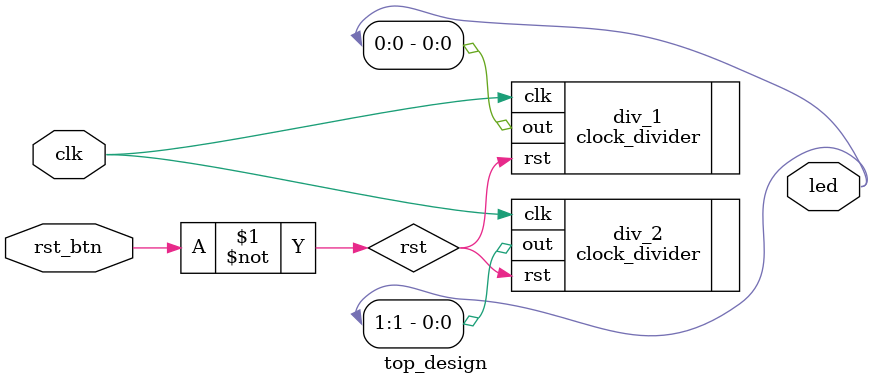
<source format=v>
module top_design (

    // Inputs
    input           clk,
    input           rst_btn,

    // Outputs
    output  [1:0]   led
);

    // Internal signal
    wire rst;

    // Invert active-low button
    assign rst = ~rst_btn;

    // Instantiate the first clock divider module
    clock_divider # (
        .COUNT_WIDTH(21),
        .MAX_COUNT(1500000 - 1)
    ) div_1 (
        .clk(clk),
        .rst(rst),
        .out(led[0])
    );

    // Instantiate the second clock divider module
    clock_divider div_2 (
        .clk(clk),
        .rst(rst),
        .out(led[1])
    );

endmodule

</source>
